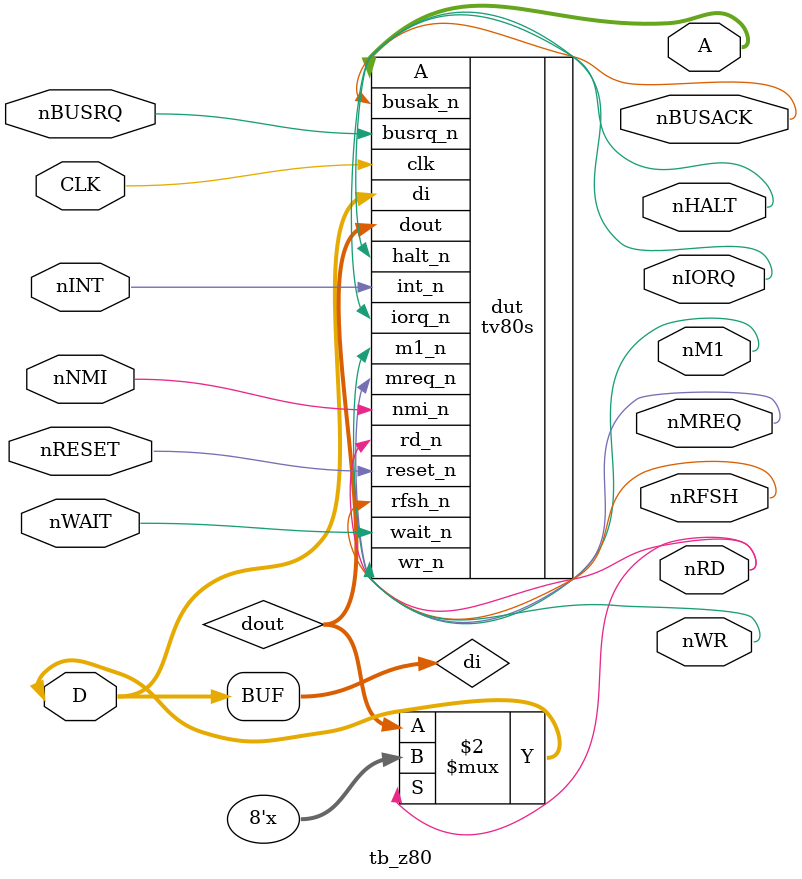
<source format=sv>
`timescale 1ns/1ps

module tb_z80(
    input CLK,
    input nRESET,
    output [15:0] A,
    inout [7:0] D,
    output nM1,
    output nMREQ,
    output nIORQ,
    output nRD,
    output nWR,
    output nRFSH,
    output nHALT,
    output nBUSACK,
    input nWAIT,
    input nINT,
    input nNMI,
    input nBUSRQ
);

logic [7:0] di;
logic [7:0] dout;
assign D = !nRD ? dout : 8'bzzzz_zzzz;
assign di = D;

    tv80s dut (
        .clk(CLK),
        .reset_n(nRESET),
        .A(A),
        .di(di),
        .dout(dout),
        .m1_n(nM1),
        .mreq_n(nMREQ),
        .iorq_n(nIORQ),
        .rd_n(nRD),
        .wr_n(nWR),
        .rfsh_n(nRFSH),
        .halt_n(nHALT),
        .busak_n(nBUSACK),
        .wait_n(nWAIT),
        .int_n(nINT),
        .nmi_n(nNMI),
        .busrq_n(nBUSRQ)
    );

endmodule

</source>
